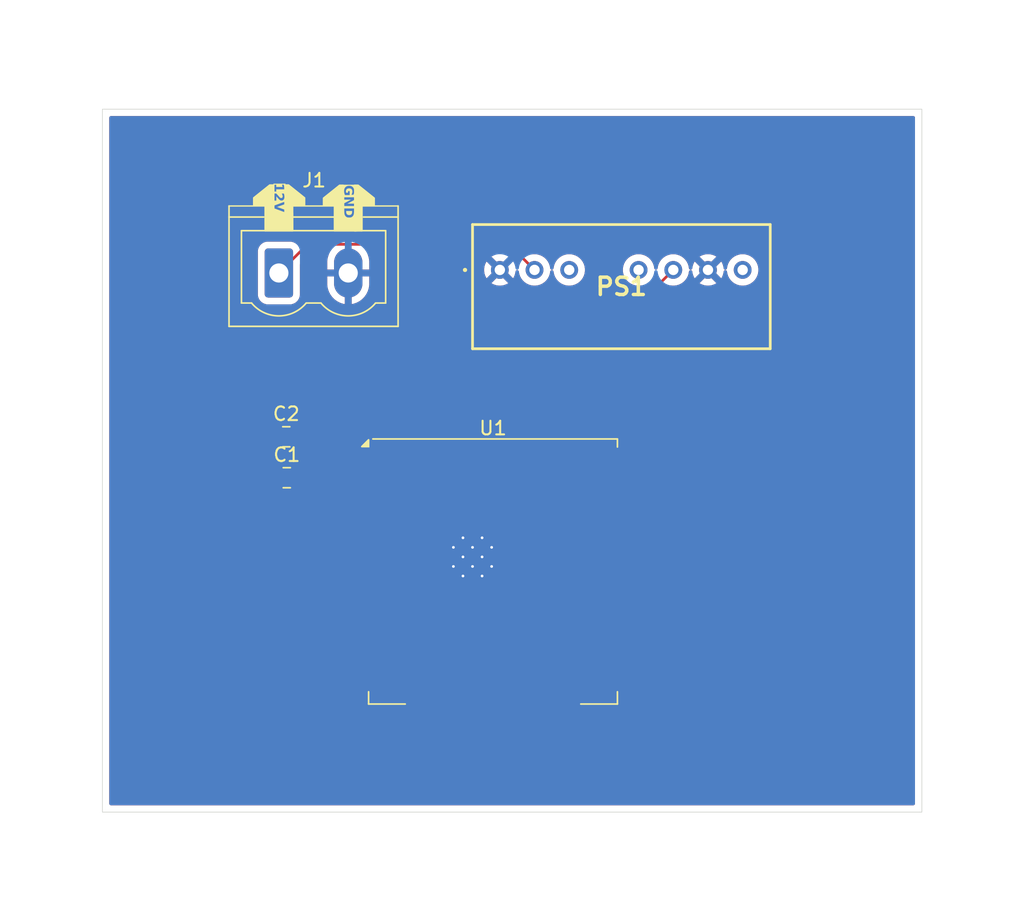
<source format=kicad_pcb>
(kicad_pcb (version 20241229) (generator "pcbnew") (generator_version "9.0")
  (layers (0 "F.Cu" signal) (2 "B.Cu" signal) (13 "F.Paste" user) (15 "B.Paste" user) (5 "F.SilkS" user "F.Silkscreen") (7 "B.SilkS" user "B.Silkscreen") (1 "F.Mask" user) (3 "B.Mask" user) (25 "Edge.Cuts" user))
  (net 0 "")
  (net 1 "Net-(PS1-+VIN_(VCC))")
  (net 3 "+3.3V")
  (net 5 "GND")
  (footprint "Modelec:TMR60510" (layer "F.Cu") (at 132.6 53.775)
    (property "Reference" "PS1" (at 8.9 1.225 0) (layer "F.SilkS") (effects (font (size 1.27 1.27) (thickness 0.254))))
    (property "Value" "TMR_6-2410WI" (hide yes))
    (fp_line (start -2.6 0) (end -2.6 0) (stroke (width 0.2)) (layer "F.SilkS"))
    (fp_line (start -2.6 0) (end -2.6 0) (stroke (width 0.2)) (layer "F.SilkS"))
    (fp_line (start -2.5 0) (end -2.5 0) (stroke (width 0.2)) (layer "F.SilkS"))
    (fp_line (start -2 -3.325) (end 19.8 -3.325) (stroke (width 0.2)) (layer "F.SilkS"))
    (fp_line (start -2 5.775) (end -2 -3.325) (stroke (width 0.2)) (layer "F.SilkS"))
    (fp_line (start 19.8 -3.325) (end 19.8 5.775) (stroke (width 0.2)) (layer "F.SilkS"))
    (fp_line (start 19.8 5.775) (end -2 5.775) (stroke (width 0.2)) (layer "F.SilkS"))
    (fp_arc (start -2.6 0) (mid -2.55 -0.05) (end -2.5 0) (stroke (width 0.2)) (layer "F.SilkS"))
    (fp_arc (start -2.5 0) (mid -2.55 0.05) (end -2.6 0) (stroke (width 0.2)) (layer "F.SilkS"))
    (fp_arc (start -2.5 0) (mid -2.55 0.05) (end -2.6 0) (stroke (width 0.2)) (layer "F.SilkS"))
    (pad "1" thru_hole circle (at 0 0) (size 1.303 1.303) (drill 0.76) (layers "*.Cu" "*.Mask") (net 5 "GND"))
    (pad "2" thru_hole circle (at 2.54 0) (size 1.303 1.303) (drill 0.76) (layers "*.Cu" "*.Mask") (net 1 "Net-(PS1-+VIN_(VCC))"))
    (pad "3" thru_hole circle (at 5.08 0) (size 1.303 1.303) (drill 0.76) (layers "*.Cu" "*.Mask"))
    (pad "5" thru_hole circle (at 10.16 0) (size 1.303 1.303) (drill 0.76) (layers "*.Cu" "*.Mask"))
    (pad "6" thru_hole circle (at 12.7 0) (size 1.303 1.303) (drill 0.76) (layers "*.Cu" "*.Mask") (net 3 "+3.3V"))
    (pad "7" thru_hole circle (at 15.24 0) (size 1.303 1.303) (drill 0.76) (layers "*.Cu" "*.Mask") (net 5 "GND"))
    (pad "8" thru_hole circle (at 17.78 0) (size 1.303 1.303) (drill 0.76) (layers "*.Cu" "*.Mask"))
  )
  (footprint "Capacitor_SMD:C_0805_2012Metric_Pad1.18x1.45mm_HandSolder" (layer "F.Cu") (at 117 69)
    (property "Reference" "C1" (at 0 -1.68 0) (layer "F.SilkS"))
    (property "Value" "100n")
    (fp_line (start -0.261252 -0.735) (end 0.261252 -0.735) (stroke (width 0.12)) (layer "F.SilkS"))
    (fp_line (start -0.261252 0.735) (end 0.261252 0.735) (stroke (width 0.12)) (layer "F.SilkS"))
    (pad "1" smd roundrect (at -1.0375 0) (size 1.175 1.45) (layers "F.Cu" "F.Mask" "F.Paste") (roundrect_rratio 0.212766) (net 3 "+3.3V"))
    (pad "2" smd roundrect (at 1.0375 0) (size 1.175 1.45) (layers "F.Cu" "F.Mask" "F.Paste") (roundrect_rratio 0.212766) (net 5 "GND"))
  )
  (footprint "RF_Module:ESP32-WROOM-32UE" (layer "F.Cu") (at 132.1 75.87)
    (property "Reference" "U1" (at 0 -10.5 0) (layer "F.SilkS"))
    (property "Value" "ESP32-WROOM-32UE")
    (fp_line (start -9.11 8.81) (end -9.11 9.71) (stroke (width 0.12)) (layer "F.SilkS"))
    (fp_line (start -9.11 9.71) (end -6.425 9.71) (stroke (width 0.12)) (layer "F.SilkS"))
    (fp_line (start -8.8 -9.71) (end 9.11 -9.71) (stroke (width 0.12)) (layer "F.SilkS"))
    (fp_line (start 6.425 9.71) (end 9.11 9.71) (stroke (width 0.12)) (layer "F.SilkS"))
    (fp_line (start 9.11 -9.71) (end 9.11 -9.12) (stroke (width 0.12)) (layer "F.SilkS"))
    (fp_line (start 9.11 8.81) (end 9.11 9.71) (stroke (width 0.12)) (layer "F.SilkS"))
    (fp_poly (pts (xy -9.11 -9.15) (xy -9.61 -9.15) (xy -9.11 -9.65) (xy -9.11 -9.15)) (stroke (width 0.12)) (fill yes) (layer "F.SilkS"))
    (pad "1" smd rect (at -8.75 -8.41) (size 1.5 0.9) (layers "F.Cu" "F.Mask" "F.Paste") (net 5 "GND"))
    (pad "2" smd rect (at -8.75 -7.14) (size 1.5 0.9) (layers "F.Cu" "F.Mask" "F.Paste") (net 3 "+3.3V"))
    (pad "3" smd rect (at -8.75 -5.87) (size 1.5 0.9) (layers "F.Cu" "F.Mask" "F.Paste"))
    (pad "4" smd rect (at -8.75 -4.6) (size 1.5 0.9) (layers "F.Cu" "F.Mask" "F.Paste"))
    (pad "5" smd rect (at -8.75 -3.33) (size 1.5 0.9) (layers "F.Cu" "F.Mask" "F.Paste"))
    (pad "6" smd rect (at -8.75 -2.06) (size 1.5 0.9) (layers "F.Cu" "F.Mask" "F.Paste"))
    (pad "7" smd rect (at -8.75 -0.79) (size 1.5 0.9) (layers "F.Cu" "F.Mask" "F.Paste"))
    (pad "8" smd rect (at -8.75 0.48) (size 1.5 0.9) (layers "F.Cu" "F.Mask" "F.Paste"))
    (pad "9" smd rect (at -8.75 1.75) (size 1.5 0.9) (layers "F.Cu" "F.Mask" "F.Paste"))
    (pad "10" smd rect (at -8.75 3.02) (size 1.5 0.9) (layers "F.Cu" "F.Mask" "F.Paste"))
    (pad "11" smd rect (at -8.75 4.29) (size 1.5 0.9) (layers "F.Cu" "F.Mask" "F.Paste"))
    (pad "12" smd rect (at -8.75 5.56) (size 1.5 0.9) (layers "F.Cu" "F.Mask" "F.Paste"))
    (pad "13" smd rect (at -8.75 6.83) (size 1.5 0.9) (layers "F.Cu" "F.Mask" "F.Paste"))
    (pad "14" smd rect (at -8.75 8.1) (size 1.5 0.9) (layers "F.Cu" "F.Mask" "F.Paste"))
    (pad "15" smd rect (at -5.715 9.35 90) (size 1.5 0.9) (layers "F.Cu" "F.Mask" "F.Paste") (net 5 "GND"))
    (pad "16" smd rect (at -4.445 9.35 90) (size 1.5 0.9) (layers "F.Cu" "F.Mask" "F.Paste"))
    (pad "17" smd rect (at -3.175 9.35 90) (size 1.5 0.9) (layers "F.Cu" "F.Mask" "F.Paste"))
    (pad "18" smd rect (at -1.905 9.35 90) (size 1.5 0.9) (layers "F.Cu" "F.Mask" "F.Paste"))
    (pad "19" smd rect (at -0.635 9.35 90) (size 1.5 0.9) (layers "F.Cu" "F.Mask" "F.Paste"))
    (pad "20" smd rect (at 0.635 9.35 90) (size 1.5 0.9) (layers "F.Cu" "F.Mask" "F.Paste"))
    (pad "21" smd rect (at 1.905 9.35 90) (size 1.5 0.9) (layers "F.Cu" "F.Mask" "F.Paste"))
    (pad "22" smd rect (at 3.175 9.35 90) (size 1.5 0.9) (layers "F.Cu" "F.Mask" "F.Paste"))
    (pad "23" smd rect (at 4.445 9.35 90) (size 1.5 0.9) (layers "F.Cu" "F.Mask" "F.Paste"))
    (pad "24" smd rect (at 5.715 9.35 90) (size 1.5 0.9) (layers "F.Cu" "F.Mask" "F.Paste"))
    (pad "25" smd rect (at 8.75 8.1) (size 1.5 0.9) (layers "F.Cu" "F.Mask" "F.Paste"))
    (pad "26" smd rect (at 8.75 6.83) (size 1.5 0.9) (layers "F.Cu" "F.Mask" "F.Paste"))
    (pad "27" smd rect (at 8.75 5.56) (size 1.5 0.9) (layers "F.Cu" "F.Mask" "F.Paste"))
    (pad "28" smd rect (at 8.75 4.29) (size 1.5 0.9) (layers "F.Cu" "F.Mask" "F.Paste"))
    (pad "29" smd rect (at 8.75 3.02) (size 1.5 0.9) (layers "F.Cu" "F.Mask" "F.Paste"))
    (pad "30" smd rect (at 8.75 1.75) (size 1.5 0.9) (layers "F.Cu" "F.Mask" "F.Paste"))
    (pad "31" smd rect (at 8.75 0.48) (size 1.5 0.9) (layers "F.Cu" "F.Mask" "F.Paste"))
    (pad "32" smd rect (at 8.75 -0.79) (size 1.5 0.9) (layers "F.Cu" "F.Mask" "F.Paste"))
    (pad "33" smd rect (at 8.75 -2.06) (size 1.5 0.9) (layers "F.Cu" "F.Mask" "F.Paste"))
    (pad "34" smd rect (at 8.75 -3.33) (size 1.5 0.9) (layers "F.Cu" "F.Mask" "F.Paste"))
    (pad "35" smd rect (at 8.75 -4.6) (size 1.5 0.9) (layers "F.Cu" "F.Mask" "F.Paste"))
    (pad "36" smd rect (at 8.75 -5.87) (size 1.5 0.9) (layers "F.Cu" "F.Mask" "F.Paste"))
    (pad "37" smd rect (at 8.75 -7.14) (size 1.5 0.9) (layers "F.Cu" "F.Mask" "F.Paste"))
    (pad "38" smd rect (at 8.75 -8.41) (size 1.5 0.9) (layers "F.Cu" "F.Mask" "F.Paste") (net 5 "GND"))
    (pad "39" smd rect (at -2.9 -2.47) (size 0.9 0.9) (layers "F.Cu" "F.Paste") (net 5 "GND"))
    (pad "39" thru_hole circle (at -2.9 -1.77) (size 0.6 0.6) (drill 0.2) (property pad_prop_heatsink) (layers "*.Cu" "F.Mask") (net 5 "GND"))
    (pad "39" smd rect (at -2.9 -1.07) (size 0.9 0.9) (layers "F.Cu" "F.Paste") (net 5 "GND"))
    (pad "39" thru_hole circle (at -2.9 -0.37) (size 0.6 0.6) (drill 0.2) (property pad_prop_heatsink) (layers "*.Cu" "F.Mask") (net 5 "GND"))
    (pad "39" smd rect (at -2.9 0.33) (size 0.9 0.9) (layers "F.Cu" "F.Paste") (net 5 "GND"))
    (pad "39" thru_hole circle (at -2.2 -2.47) (size 0.6 0.6) (drill 0.2) (property pad_prop_heatsink) (layers "*.Cu" "F.Mask") (net 5 "GND"))
    (pad "39" thru_hole circle (at -2.2 -1.07) (size 0.6 0.6) (drill 0.2) (property pad_prop_heatsink) (layers "*.Cu" "F.Mask") (net 5 "GND"))
    (pad "39" thru_hole circle (at -2.2 0.33) (size 0.6 0.6) (drill 0.2) (property pad_prop_heatsink) (layers "*.Cu" "F.Mask") (net 5 "GND"))
    (pad "39" smd rect (at -1.5 -2.47) (size 0.9 0.9) (layers "F.Cu" "F.Paste") (net 5 "GND"))
    (pad "39" thru_hole circle (at -1.5 -1.77) (size 0.6 0.6) (drill 0.2) (property pad_prop_heatsink) (layers "*.Cu" "F.Mask") (net 5 "GND"))
    (pad "39" smd rect (at -1.5 -1.07) (size 0.9 0.9) (layers "F.Cu" "F.Paste") (net 5 "GND"))
    (pad "39" smd rect (at -1.5 -1.07) (size 3.8 3.8) (property pad_prop_heatsink) (layers "F.Cu" "F.Mask") (net 5 "GND"))
    (pad "39" thru_hole circle (at -1.5 -0.37) (size 0.6 0.6) (drill 0.2) (property pad_prop_heatsink) (layers "*.Cu" "F.Mask") (net 5 "GND"))
    (pad "39" smd rect (at -1.5 0.33) (size 0.9 0.9) (layers "F.Cu" "F.Paste") (net 5 "GND"))
    (pad "39" thru_hole circle (at -0.8 -2.47) (size 0.6 0.6) (drill 0.2) (property pad_prop_heatsink) (layers "*.Cu" "F.Mask") (net 5 "GND"))
    (pad "39" thru_hole circle (at -0.8 -1.07) (size 0.6 0.6) (drill 0.2) (property pad_prop_heatsink) (layers "*.Cu" "F.Mask") (net 5 "GND"))
    (pad "39" thru_hole circle (at -0.8 0.33) (size 0.6 0.6) (drill 0.2) (property pad_prop_heatsink) (layers "*.Cu" "F.Mask") (net 5 "GND"))
    (pad "39" smd rect (at -0.1 -2.47) (size 0.9 0.9) (layers "F.Cu" "F.Paste") (net 5 "GND"))
    (pad "39" thru_hole circle (at -0.1 -1.77) (size 0.6 0.6) (drill 0.2) (property pad_prop_heatsink) (layers "*.Cu" "F.Mask") (net 5 "GND"))
    (pad "39" smd rect (at -0.1 -1.07) (size 0.9 0.9) (layers "F.Cu" "F.Paste") (net 5 "GND"))
    (pad "39" thru_hole circle (at -0.1 -0.37) (size 0.6 0.6) (drill 0.2) (property pad_prop_heatsink) (layers "*.Cu" "F.Mask") (net 5 "GND"))
    (pad "39" smd rect (at -0.1 0.33) (size 0.9 0.9) (layers "F.Cu" "F.Paste") (net 5 "GND"))
  )
  (footprint "Modelec:PhoenixContact_MSTBVA_2,5_2-G-5,08_1x02_P5.08mm_Vertical" (layer "F.Cu") (at 116.42 54)
    (property "Reference" "J1" (at 2.58 -6.79 0) (layer "F.SilkS"))
    (property "Value" "1755736")
    (fp_line (start -3.65 -4.91) (end -3.65 3.91) (stroke (width 0.12)) (layer "F.SilkS"))
    (fp_line (start -3.65 -4.91) (end -1 -4.91) (stroke (width 0.1)) (layer "F.SilkS"))
    (fp_line (start -3.65 -4.1) (end -1.11 -4.1) (stroke (width 0.12)) (layer "F.SilkS"))
    (fp_line (start -3.65 3.91) (end 8.73 3.91) (stroke (width 0.12)) (layer "F.SilkS"))
    (fp_line (start -2.74 -3.1) (end 7.82 -3.1) (stroke (width 0.12)) (layer "F.SilkS"))
    (fp_line (start -2.74 2.2) (end -2.74 -3.1) (stroke (width 0.12)) (layer "F.SilkS"))
    (fp_line (start -2 2.2) (end -2.74 2.2) (stroke (width 0.12)) (layer "F.SilkS"))
    (fp_line (start -1 -3.1) (end -1 -4.91) (stroke (width 0.12)) (layer "F.SilkS"))
    (fp_line (start 1 -4.91) (end 1 -3.1) (stroke (width 0.12)) (layer "F.SilkS"))
    (fp_line (start 1 -4.91) (end 4.08 -4.91) (stroke (width 0.1)) (layer "F.SilkS"))
    (fp_line (start 1 -4.1) (end 4.08 -4.1) (stroke (width 0.12)) (layer "F.SilkS"))
    (fp_line (start 1 -3.1) (end -1 -3.1) (stroke (width 0.12)) (layer "F.SilkS"))
    (fp_line (start 2 2.2) (end 3.08 2.2) (stroke (width 0.12)) (layer "F.SilkS"))
    (fp_line (start 4.08 -3.1) (end 4.08 -4.91) (stroke (width 0.12)) (layer "F.SilkS"))
    (fp_line (start 6.08 -4.91) (end 6.08 -3.1) (stroke (width 0.12)) (layer "F.SilkS"))
    (fp_line (start 6.08 -3.1) (end 4.08 -3.1) (stroke (width 0.12)) (layer "F.SilkS"))
    (fp_line (start 7.82 -3.1) (end 7.82 2.2) (stroke (width 0.12)) (layer "F.SilkS"))
    (fp_line (start 7.82 2.2) (end 7.08 2.2) (stroke (width 0.12)) (layer "F.SilkS"))
    (fp_line (start 8.73 -4.91) (end 6.08 -4.91) (stroke (width 0.1)) (layer "F.SilkS"))
    (fp_line (start 8.73 -4.1) (end 6.19 -4.1) (stroke (width 0.12)) (layer "F.SilkS"))
    (fp_line (start 8.73 3.91) (end 8.73 -4.91) (stroke (width 0.12)) (layer "F.SilkS"))
    (fp_arc (start 1.986842 2.215821) (mid -0.010289 3.142758) (end -2 2.2) (stroke (width 0.12)) (layer "F.SilkS"))
    (fp_arc (start 7.066842 2.215821) (mid 5.069711 3.142758) (end 3.08 2.2) (stroke (width 0.12)) (layer "F.SilkS"))
    (fp_poly (pts (xy -1.003412 -4.388543) (xy 0.996588 -4.388543) (xy 1 -3.15) (xy -0.99 -3.11)) (stroke (width 0.1)) (fill yes) (layer "F.SilkS"))
    (fp_poly (pts (xy -0.42 -4.9) (xy -0.4 -3.12) (xy -0.99 -3.11) (xy -0.99 -4.92)) (stroke (width 0.1)) (fill yes) (layer "F.SilkS"))
    (fp_poly (pts (xy 0.97 -4.97) (xy 1 -3.15) (xy 0.48 -3.15) (xy 0.48 -4.97)) (stroke (width 0.1)) (fill yes) (layer "F.SilkS"))
    (fp_poly (pts (xy 4.08 -4.005) (xy 6.08 -4.005) (xy 6.003321 -3.168138) (xy 4.123321 -3.198138)) (stroke (width 0.1)) (fill yes) (layer "F.SilkS"))
    (fp_poly (pts (xy 4.67 -5) (xy 4.67 -3.11) (xy 4.08 -3.1) (xy 4.08 -4.91)) (stroke (width 0.1)) (fill yes) (layer "F.SilkS"))
    (fp_poly (pts (xy 6 -4.94) (xy 6.03 -3.12) (xy 5.56 -3.08) (xy 5.59 -4.96)) (stroke (width 0.1)) (fill yes) (layer "F.SilkS"))
    (fp_poly (pts (xy -0.43 -4.97) (xy -0.43 -5.51) (xy -0.41 -6.45) (xy -0.67 -6.45) (xy -1.846975 -5.507228) (xy -1.846975 -4.977228)) (stroke (width 0.1)) (fill yes) (layer "F.SilkS"))
    (fp_poly (pts (xy 0.47 -4.97) (xy 0.47 -5.51) (xy 0.45 -6.45) (xy 0.71 -6.45) (xy 1.886975 -5.507228) (xy 1.886975 -4.977228)) (stroke (width 0.1)) (fill yes) (layer "F.SilkS"))
    (fp_poly (pts (xy 4.681718 -4.95) (xy 4.681718 -5.49) (xy 4.701718 -6.43) (xy 4.441718 -6.43) (xy 3.264743 -5.487228) (xy 3.264743 -4.957228)) (stroke (width 0.1)) (fill yes) (layer "F.SilkS"))
    (fp_poly (pts (xy 5.568282 -4.95) (xy 5.568282 -5.49) (xy 5.548282 -6.43) (xy 5.808282 -6.43) (xy 6.985257 -5.487228) (xy 6.985257 -4.957228)) (stroke (width 0.1)) (fill yes) (layer "F.SilkS"))
    (fp_text user "GND" (at 4.67 -6.44 270) (layer "F.SilkS" knockout) (effects (font (size 0.7 0.7) (thickness 0.1)) (justify left bottom)))
    (fp_text user "12V" (at -0.44 -6.58 270) (layer "F.SilkS" knockout) (effects (font (size 0.7 0.7) (thickness 0.1)) (justify left bottom)))
    (pad "1" thru_hole roundrect (at 0 0) (size 2.08 3.6) (drill 1.4) (layers "*.Cu" "*.Mask") (roundrect_rratio 0.120192) (net 1 "Net-(PS1-+VIN_(VCC))"))
    (pad "2" thru_hole oval (at 5.08 0) (size 2.08 3.6) (drill 1.4) (layers "*.Cu" "*.Mask") (net 5 "GND"))
  )
  (footprint "Capacitor_SMD:C_0805_2012Metric_Pad1.18x1.45mm_HandSolder" (layer "F.Cu") (at 116.9625 66)
    (property "Reference" "C2" (at 0 -1.68 0) (layer "F.SilkS"))
    (property "Value" "10u")
    (fp_line (start -0.261252 -0.735) (end 0.261252 -0.735) (stroke (width 0.12)) (layer "F.SilkS"))
    (fp_line (start -0.261252 0.735) (end 0.261252 0.735) (stroke (width 0.12)) (layer "F.SilkS"))
    (pad "1" smd roundrect (at -1.0375 0) (size 1.175 1.45) (layers "F.Cu" "F.Mask" "F.Paste") (roundrect_rratio 0.212766) (net 3 "+3.3V"))
    (pad "2" smd roundrect (at 1.0375 0) (size 1.175 1.45) (layers "F.Cu" "F.Mask" "F.Paste") (roundrect_rratio 0.212766) (net 5 "GND"))
  )
  (gr_rect (start 103.5 42) (end 163.5 93.5) (stroke (width 0.05)) (fill no) (layer "Edge.Cuts"))
  (segment (start 133.264 51.899) (end 135.14 53.775) (width 0.2) (layer "F.Cu") (net 1))
  (segment (start 118.521 51.899) (end 133.264 51.899) (width 0.2) (layer "F.Cu") (net 1))
  (segment (start 116.42 54) (end 118.521 51.899) (width 0.2) (layer "F.Cu") (net 1))
  (segment (start 119.36616 68.73) (end 118.61016 67.974) (width 0.2) (layer "F.Cu") (net 3))
  (segment (start 130.345 68.73) (end 123.35 68.73) (width 0.2) (layer "F.Cu") (net 3))
  (segment (start 116.9885 67.974) (end 115.9625 69) (width 0.2) (layer "F.Cu") (net 3))
  (segment (start 123.35 68.73) (end 119.36616 68.73) (width 0.2) (layer "F.Cu") (net 3))
  (segment (start 145.3 53.775) (end 130.345 68.73) (width 0.2) (layer "F.Cu") (net 3))
  (segment (start 115.9625 69) (end 115.9625 66.0375) (width 0.2) (layer "F.Cu") (net 3))
  (segment (start 115.9625 66.0375) (end 115.925 66) (width 0.2) (layer "F.Cu") (net 3))
  (segment (start 118.61016 67.974) (end 116.9885 67.974) (width 0.2) (layer "F.Cu") (net 3))
  (zone (net 5) (net_name "GND") (layers "F.Cu" "B.Cu") (connect_pads (clearance 0.5)) (min_thickness 0.25) (fill yes (thermal_gap 0.5) (thermal_bridge_width 0.5))
    (polygon (pts (xy 98.5 34.5) (xy 171 34) (xy 170 101.5) (xy 96 101.5) (xy 98 34.5) (xy 99 34.5)))
  )
)
</source>
